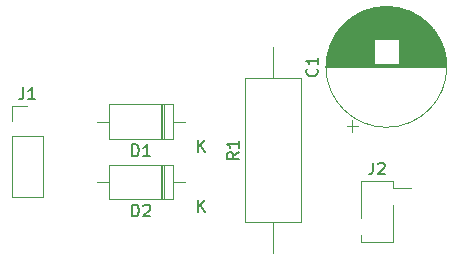
<source format=gbr>
%TF.GenerationSoftware,KiCad,Pcbnew,(6.0.9)*%
%TF.CreationDate,2023-03-03T16:49:01+05:30*%
%TF.ProjectId,CTFWR,43544657-522e-46b6-9963-61645f706362,V0.1*%
%TF.SameCoordinates,Original*%
%TF.FileFunction,Legend,Top*%
%TF.FilePolarity,Positive*%
%FSLAX46Y46*%
G04 Gerber Fmt 4.6, Leading zero omitted, Abs format (unit mm)*
G04 Created by KiCad (PCBNEW (6.0.9)) date 2023-03-03 16:49:01*
%MOMM*%
%LPD*%
G01*
G04 APERTURE LIST*
%ADD10C,0.150000*%
%ADD11C,0.120000*%
G04 APERTURE END LIST*
D10*
%TO.C,C1*%
X52107142Y-48716666D02*
X52154761Y-48764285D01*
X52202380Y-48907142D01*
X52202380Y-49002380D01*
X52154761Y-49145238D01*
X52059523Y-49240476D01*
X51964285Y-49288095D01*
X51773809Y-49335714D01*
X51630952Y-49335714D01*
X51440476Y-49288095D01*
X51345238Y-49240476D01*
X51250000Y-49145238D01*
X51202380Y-49002380D01*
X51202380Y-48907142D01*
X51250000Y-48764285D01*
X51297619Y-48716666D01*
X52202380Y-47764285D02*
X52202380Y-48335714D01*
X52202380Y-48050000D02*
X51202380Y-48050000D01*
X51345238Y-48145238D01*
X51440476Y-48240476D01*
X51488095Y-48335714D01*
%TO.C,J2*%
X56866666Y-56652380D02*
X56866666Y-57366666D01*
X56819047Y-57509523D01*
X56723809Y-57604761D01*
X56580952Y-57652380D01*
X56485714Y-57652380D01*
X57295238Y-56747619D02*
X57342857Y-56700000D01*
X57438095Y-56652380D01*
X57676190Y-56652380D01*
X57771428Y-56700000D01*
X57819047Y-56747619D01*
X57866666Y-56842857D01*
X57866666Y-56938095D01*
X57819047Y-57080952D01*
X57247619Y-57652380D01*
X57866666Y-57652380D01*
%TO.C,J1*%
X27266666Y-50297380D02*
X27266666Y-51011666D01*
X27219047Y-51154523D01*
X27123809Y-51249761D01*
X26980952Y-51297380D01*
X26885714Y-51297380D01*
X28266666Y-51297380D02*
X27695238Y-51297380D01*
X27980952Y-51297380D02*
X27980952Y-50297380D01*
X27885714Y-50440238D01*
X27790476Y-50535476D01*
X27695238Y-50583095D01*
%TO.C,D2*%
X36481904Y-61222380D02*
X36481904Y-60222380D01*
X36720000Y-60222380D01*
X36862857Y-60270000D01*
X36958095Y-60365238D01*
X37005714Y-60460476D01*
X37053333Y-60650952D01*
X37053333Y-60793809D01*
X37005714Y-60984285D01*
X36958095Y-61079523D01*
X36862857Y-61174761D01*
X36720000Y-61222380D01*
X36481904Y-61222380D01*
X37434285Y-60317619D02*
X37481904Y-60270000D01*
X37577142Y-60222380D01*
X37815238Y-60222380D01*
X37910476Y-60270000D01*
X37958095Y-60317619D01*
X38005714Y-60412857D01*
X38005714Y-60508095D01*
X37958095Y-60650952D01*
X37386666Y-61222380D01*
X38005714Y-61222380D01*
X42038095Y-60852380D02*
X42038095Y-59852380D01*
X42609523Y-60852380D02*
X42180952Y-60280952D01*
X42609523Y-59852380D02*
X42038095Y-60423809D01*
%TO.C,D1*%
X36481904Y-56122380D02*
X36481904Y-55122380D01*
X36720000Y-55122380D01*
X36862857Y-55170000D01*
X36958095Y-55265238D01*
X37005714Y-55360476D01*
X37053333Y-55550952D01*
X37053333Y-55693809D01*
X37005714Y-55884285D01*
X36958095Y-55979523D01*
X36862857Y-56074761D01*
X36720000Y-56122380D01*
X36481904Y-56122380D01*
X38005714Y-56122380D02*
X37434285Y-56122380D01*
X37720000Y-56122380D02*
X37720000Y-55122380D01*
X37624761Y-55265238D01*
X37529523Y-55360476D01*
X37434285Y-55408095D01*
X42038095Y-55752380D02*
X42038095Y-54752380D01*
X42609523Y-55752380D02*
X42180952Y-55180952D01*
X42609523Y-54752380D02*
X42038095Y-55323809D01*
%TO.C,R1*%
X45482380Y-55766666D02*
X45006190Y-56100000D01*
X45482380Y-56338095D02*
X44482380Y-56338095D01*
X44482380Y-55957142D01*
X44530000Y-55861904D01*
X44577619Y-55814285D01*
X44672857Y-55766666D01*
X44815714Y-55766666D01*
X44910952Y-55814285D01*
X44958571Y-55861904D01*
X45006190Y-55957142D01*
X45006190Y-56338095D01*
X45482380Y-54814285D02*
X45482380Y-55385714D01*
X45482380Y-55100000D02*
X44482380Y-55100000D01*
X44625238Y-55195238D01*
X44720476Y-55290476D01*
X44768095Y-55385714D01*
D11*
%TO.C,C1*%
X54625000Y-53529646D02*
X55625000Y-53529646D01*
X59040000Y-46749000D02*
X62754000Y-46749000D01*
X52927000Y-48270000D02*
X56960000Y-48270000D01*
X59040000Y-48110000D02*
X63062000Y-48110000D01*
X56370000Y-43709000D02*
X59630000Y-43709000D01*
X55055000Y-44389000D02*
X60945000Y-44389000D01*
X53560000Y-46069000D02*
X62440000Y-46069000D01*
X59040000Y-47189000D02*
X62897000Y-47189000D01*
X54142000Y-45229000D02*
X61858000Y-45229000D01*
X53035000Y-47469000D02*
X56960000Y-47469000D01*
X53455000Y-46269000D02*
X56960000Y-46269000D01*
X59040000Y-46269000D02*
X62545000Y-46269000D01*
X55635000Y-44029000D02*
X60365000Y-44029000D01*
X55711000Y-43989000D02*
X60289000Y-43989000D01*
X55000000Y-44429000D02*
X61000000Y-44429000D01*
X53072000Y-47309000D02*
X56960000Y-47309000D01*
X59040000Y-46429000D02*
X62621000Y-46429000D01*
X53920000Y-45509000D02*
X62080000Y-45509000D01*
X54794000Y-44589000D02*
X61206000Y-44589000D01*
X53189000Y-46909000D02*
X56960000Y-46909000D01*
X52970000Y-47829000D02*
X56960000Y-47829000D01*
X59040000Y-47870000D02*
X63035000Y-47870000D01*
X59040000Y-46869000D02*
X62797000Y-46869000D01*
X53082000Y-47269000D02*
X56960000Y-47269000D01*
X59040000Y-46629000D02*
X62707000Y-46629000D01*
X53361000Y-46469000D02*
X56960000Y-46469000D01*
X54522000Y-44829000D02*
X61478000Y-44829000D01*
X59040000Y-46349000D02*
X62584000Y-46349000D01*
X53416000Y-46349000D02*
X56960000Y-46349000D01*
X59040000Y-47469000D02*
X62965000Y-47469000D01*
X53163000Y-46989000D02*
X56960000Y-46989000D01*
X53232000Y-46789000D02*
X56960000Y-46789000D01*
X59040000Y-48030000D02*
X63054000Y-48030000D01*
X53753000Y-45749000D02*
X62247000Y-45749000D01*
X54746000Y-44629000D02*
X61254000Y-44629000D01*
X53538000Y-46109000D02*
X62462000Y-46109000D01*
X59040000Y-47829000D02*
X63030000Y-47829000D01*
X56770000Y-43589000D02*
X59230000Y-43589000D01*
X59040000Y-46309000D02*
X62564000Y-46309000D01*
X53003000Y-47629000D02*
X56960000Y-47629000D01*
X52976000Y-47789000D02*
X56960000Y-47789000D01*
X59040000Y-47910000D02*
X63040000Y-47910000D01*
X53496000Y-46189000D02*
X62504000Y-46189000D01*
X55490000Y-44109000D02*
X60510000Y-44109000D01*
X55791000Y-43949000D02*
X60209000Y-43949000D01*
X52921000Y-48430000D02*
X63079000Y-48430000D01*
X53379000Y-46429000D02*
X56960000Y-46429000D01*
X52920000Y-48550000D02*
X63080000Y-48550000D01*
X53475000Y-46229000D02*
X62525000Y-46229000D01*
X53629000Y-45949000D02*
X62371000Y-45949000D01*
X53834000Y-45629000D02*
X62166000Y-45629000D01*
X53138000Y-47069000D02*
X56960000Y-47069000D01*
X59040000Y-46509000D02*
X62657000Y-46509000D01*
X59040000Y-47509000D02*
X62974000Y-47509000D01*
X56938000Y-43549000D02*
X59062000Y-43549000D01*
X59040000Y-47429000D02*
X62956000Y-47429000D01*
X52942000Y-48070000D02*
X56960000Y-48070000D01*
X53517000Y-46149000D02*
X62483000Y-46149000D01*
X54439000Y-44909000D02*
X61561000Y-44909000D01*
X52946000Y-48030000D02*
X56960000Y-48030000D01*
X53203000Y-46869000D02*
X56960000Y-46869000D01*
X52920000Y-48470000D02*
X63080000Y-48470000D01*
X55561000Y-44069000D02*
X60439000Y-44069000D01*
X59040000Y-46469000D02*
X62639000Y-46469000D01*
X52932000Y-48190000D02*
X56960000Y-48190000D01*
X59040000Y-47589000D02*
X62990000Y-47589000D01*
X55291000Y-44229000D02*
X60709000Y-44229000D01*
X54608000Y-44749000D02*
X61392000Y-44749000D01*
X59040000Y-47669000D02*
X63004000Y-47669000D01*
X57401000Y-43469000D02*
X58599000Y-43469000D01*
X59040000Y-48230000D02*
X63070000Y-48230000D01*
X59040000Y-47990000D02*
X63050000Y-47990000D01*
X53397000Y-46389000D02*
X56960000Y-46389000D01*
X53150000Y-47029000D02*
X56960000Y-47029000D01*
X59040000Y-46589000D02*
X62690000Y-46589000D01*
X53702000Y-45829000D02*
X62298000Y-45829000D01*
X53605000Y-45989000D02*
X62395000Y-45989000D01*
X54360000Y-44989000D02*
X61640000Y-44989000D01*
X59040000Y-47389000D02*
X62947000Y-47389000D01*
X59040000Y-47109000D02*
X62874000Y-47109000D01*
X59040000Y-47549000D02*
X62982000Y-47549000D01*
X59040000Y-48070000D02*
X63058000Y-48070000D01*
X59040000Y-48190000D02*
X63068000Y-48190000D01*
X54321000Y-45029000D02*
X61679000Y-45029000D01*
X55421000Y-44149000D02*
X60579000Y-44149000D01*
X59040000Y-46669000D02*
X62723000Y-46669000D01*
X53217000Y-46829000D02*
X56960000Y-46829000D01*
X59040000Y-46949000D02*
X62824000Y-46949000D01*
X53310000Y-46589000D02*
X56960000Y-46589000D01*
X53436000Y-46309000D02*
X56960000Y-46309000D01*
X59040000Y-46709000D02*
X62738000Y-46709000D01*
X59040000Y-46549000D02*
X62674000Y-46549000D01*
X53126000Y-47109000D02*
X56960000Y-47109000D01*
X55125000Y-54029646D02*
X55125000Y-53029646D01*
X53093000Y-47229000D02*
X56960000Y-47229000D01*
X56490000Y-43669000D02*
X59510000Y-43669000D01*
X54043000Y-45349000D02*
X61957000Y-45349000D01*
X59040000Y-47069000D02*
X62862000Y-47069000D01*
X52965000Y-47870000D02*
X56960000Y-47870000D01*
X53862000Y-45589000D02*
X62138000Y-45589000D01*
X54894000Y-44509000D02*
X61106000Y-44509000D01*
X53727000Y-45789000D02*
X62273000Y-45789000D01*
X52996000Y-47669000D02*
X56960000Y-47669000D01*
X54653000Y-44709000D02*
X61347000Y-44709000D01*
X59040000Y-46389000D02*
X62603000Y-46389000D01*
X56154000Y-43789000D02*
X59846000Y-43789000D01*
X53062000Y-47349000D02*
X56960000Y-47349000D01*
X52922000Y-48390000D02*
X63078000Y-48390000D01*
X55355000Y-44189000D02*
X60645000Y-44189000D01*
X53890000Y-45549000D02*
X62110000Y-45549000D01*
X54075000Y-45309000D02*
X61925000Y-45309000D01*
X54399000Y-44949000D02*
X61601000Y-44949000D01*
X59040000Y-47269000D02*
X62918000Y-47269000D01*
X53950000Y-45469000D02*
X62050000Y-45469000D01*
X54564000Y-44789000D02*
X61436000Y-44789000D01*
X59040000Y-47709000D02*
X63011000Y-47709000D01*
X59040000Y-47349000D02*
X62938000Y-47349000D01*
X53779000Y-45709000D02*
X62221000Y-45709000D01*
X54108000Y-45269000D02*
X61892000Y-45269000D01*
X54946000Y-44469000D02*
X61054000Y-44469000D01*
X53293000Y-46629000D02*
X56960000Y-46629000D01*
X59040000Y-48310000D02*
X63075000Y-48310000D01*
X53326000Y-46549000D02*
X56960000Y-46549000D01*
X52960000Y-47910000D02*
X56960000Y-47910000D01*
X59040000Y-48270000D02*
X63073000Y-48270000D01*
X53026000Y-47509000D02*
X56960000Y-47509000D01*
X52989000Y-47709000D02*
X56960000Y-47709000D01*
X54011000Y-45389000D02*
X61989000Y-45389000D01*
X55963000Y-43869000D02*
X60037000Y-43869000D01*
X53246000Y-46749000D02*
X56960000Y-46749000D01*
X54844000Y-44549000D02*
X61156000Y-44549000D01*
X54480000Y-44869000D02*
X61520000Y-44869000D01*
X59040000Y-47029000D02*
X62850000Y-47029000D01*
X53176000Y-46949000D02*
X56960000Y-46949000D01*
X59040000Y-47789000D02*
X63024000Y-47789000D01*
X52920000Y-48510000D02*
X63080000Y-48510000D01*
X52950000Y-47990000D02*
X56960000Y-47990000D01*
X53010000Y-47589000D02*
X56960000Y-47589000D01*
X56056000Y-43829000D02*
X59944000Y-43829000D01*
X56258000Y-43749000D02*
X59742000Y-43749000D01*
X53018000Y-47549000D02*
X56960000Y-47549000D01*
X59040000Y-47749000D02*
X63018000Y-47749000D01*
X52925000Y-48310000D02*
X56960000Y-48310000D01*
X52935000Y-48150000D02*
X56960000Y-48150000D01*
X54211000Y-45149000D02*
X61789000Y-45149000D01*
X53343000Y-46509000D02*
X56960000Y-46509000D01*
X59040000Y-46989000D02*
X62837000Y-46989000D01*
X54176000Y-45189000D02*
X61824000Y-45189000D01*
X53103000Y-47189000D02*
X56960000Y-47189000D01*
X57138000Y-43509000D02*
X58862000Y-43509000D01*
X53262000Y-46709000D02*
X56960000Y-46709000D01*
X59040000Y-46789000D02*
X62768000Y-46789000D01*
X55230000Y-44269000D02*
X60770000Y-44269000D01*
X53653000Y-45909000D02*
X62347000Y-45909000D01*
X59040000Y-47629000D02*
X62997000Y-47629000D01*
X59040000Y-48150000D02*
X63065000Y-48150000D01*
X52923000Y-48350000D02*
X63077000Y-48350000D01*
X56622000Y-43629000D02*
X59378000Y-43629000D01*
X59040000Y-46909000D02*
X62811000Y-46909000D01*
X53806000Y-45669000D02*
X62194000Y-45669000D01*
X53583000Y-46029000D02*
X62417000Y-46029000D01*
X54284000Y-45069000D02*
X61716000Y-45069000D01*
X53044000Y-47429000D02*
X56960000Y-47429000D01*
X59040000Y-47149000D02*
X62885000Y-47149000D01*
X53677000Y-45869000D02*
X62323000Y-45869000D01*
X59040000Y-46829000D02*
X62783000Y-46829000D01*
X52938000Y-48110000D02*
X56960000Y-48110000D01*
X52930000Y-48230000D02*
X56960000Y-48230000D01*
X53053000Y-47389000D02*
X56960000Y-47389000D01*
X53980000Y-45429000D02*
X62020000Y-45429000D01*
X55111000Y-44349000D02*
X60889000Y-44349000D01*
X53115000Y-47149000D02*
X56960000Y-47149000D01*
X53277000Y-46669000D02*
X56960000Y-46669000D01*
X59040000Y-47229000D02*
X62907000Y-47229000D01*
X55875000Y-43909000D02*
X60125000Y-43909000D01*
X54699000Y-44669000D02*
X61301000Y-44669000D01*
X52982000Y-47749000D02*
X56960000Y-47749000D01*
X52955000Y-47950000D02*
X56960000Y-47950000D01*
X55170000Y-44309000D02*
X60830000Y-44309000D01*
X59040000Y-47950000D02*
X63045000Y-47950000D01*
X54247000Y-45109000D02*
X61753000Y-45109000D01*
X59040000Y-47309000D02*
X62928000Y-47309000D01*
X63120000Y-48550000D02*
G75*
G03*
X63120000Y-48550000I-5120000J0D01*
G01*
%TO.C,J2*%
X58530000Y-58200000D02*
X58530000Y-58770000D01*
X55870000Y-58200000D02*
X58530000Y-58200000D01*
X58530000Y-60290000D02*
X58530000Y-63400000D01*
X55870000Y-63400000D02*
X58530000Y-63400000D01*
X55870000Y-58200000D02*
X55870000Y-61310000D01*
X55870000Y-62830000D02*
X55870000Y-63400000D01*
X58530000Y-58770000D02*
X60050000Y-58770000D01*
%TO.C,J1*%
X26270000Y-59585000D02*
X28930000Y-59585000D01*
X26270000Y-54445000D02*
X26270000Y-59585000D01*
X26270000Y-53175000D02*
X26270000Y-51845000D01*
X28930000Y-54445000D02*
X28930000Y-59585000D01*
X26270000Y-51845000D02*
X27600000Y-51845000D01*
X26270000Y-54445000D02*
X28930000Y-54445000D01*
%TO.C,D2*%
X39040000Y-59770000D02*
X39040000Y-56830000D01*
X38920000Y-59770000D02*
X38920000Y-56830000D01*
X39940000Y-56830000D02*
X34500000Y-56830000D01*
X33480000Y-58300000D02*
X34500000Y-58300000D01*
X39940000Y-59770000D02*
X39940000Y-56830000D01*
X39160000Y-59770000D02*
X39160000Y-56830000D01*
X34500000Y-56830000D02*
X34500000Y-59770000D01*
X40960000Y-58300000D02*
X39940000Y-58300000D01*
X34500000Y-59770000D02*
X39940000Y-59770000D01*
%TO.C,D1*%
X39040000Y-54670000D02*
X39040000Y-51730000D01*
X38920000Y-54670000D02*
X38920000Y-51730000D01*
X39940000Y-51730000D02*
X34500000Y-51730000D01*
X33480000Y-53200000D02*
X34500000Y-53200000D01*
X39940000Y-54670000D02*
X39940000Y-51730000D01*
X39160000Y-54670000D02*
X39160000Y-51730000D01*
X34500000Y-51730000D02*
X34500000Y-54670000D01*
X40960000Y-53200000D02*
X39940000Y-53200000D01*
X34500000Y-54670000D02*
X39940000Y-54670000D01*
%TO.C,R1*%
X50770000Y-61670000D02*
X50770000Y-49530000D01*
X46030000Y-49530000D02*
X46030000Y-61670000D01*
X46030000Y-61670000D02*
X50770000Y-61670000D01*
X48400000Y-64320000D02*
X48400000Y-61670000D01*
X48400000Y-46880000D02*
X48400000Y-49530000D01*
X50770000Y-49530000D02*
X46030000Y-49530000D01*
%TD*%
M02*

</source>
